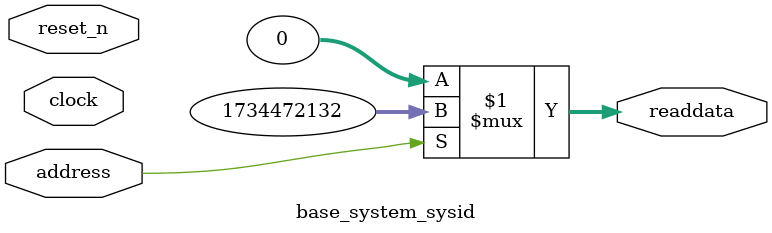
<source format=v>



// synthesis translate_off
`timescale 1ns / 1ps
// synthesis translate_on

// turn off superfluous verilog processor warnings 
// altera message_level Level1 
// altera message_off 10034 10035 10036 10037 10230 10240 10030 

module base_system_sysid (
               // inputs:
                address,
                clock,
                reset_n,

               // outputs:
                readdata
             )
;

  output  [ 31: 0] readdata;
  input            address;
  input            clock;
  input            reset_n;

  wire    [ 31: 0] readdata;
  //control_slave, which is an e_avalon_slave
  assign readdata = address ? 1734472132 : 0;

endmodule



</source>
